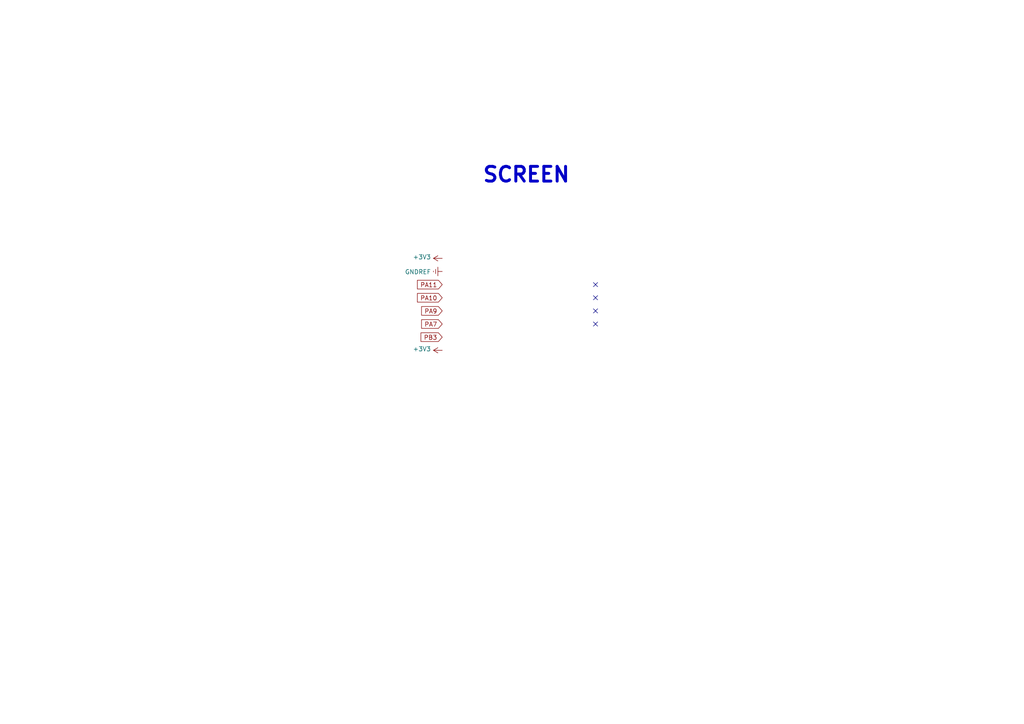
<source format=kicad_sch>
(kicad_sch (version 20211123) (generator eeschema)
  (paper "A4")
  (lib_symbols
    (symbol "power:+3.3V" (power) (pin_names (offset 0))
      (property "Value" "+3.3V" (at 0 3.556 0))
      (symbol "+3.3V_0_1"
        (polyline (pts (xy -0.762 1.27) (xy 0 2.54)))
        (polyline (pts (xy 0 0) (xy 0 2.54)))
        (polyline (pts (xy 0 2.54) (xy 0.762 1.27)))
      )
      (symbol "+3.3V_1_1"
        (pin power_in line (at 0 0 90) (length 0) hide (name "+3V3") (number "1"))
      )
    )
    (symbol "power:GNDREF" (power) (pin_names (offset 0))
      (property "Value" "GNDREF" (at 0 -3.81 0))
      (symbol "GNDREF_0_1"
        (polyline (pts (xy -0.635 -1.905) (xy 0.635 -1.905)))
        (polyline (pts (xy -0.127 -2.54) (xy 0.127 -2.54)))
        (polyline (pts (xy 0 -1.27) (xy 0 0)))
        (polyline (pts (xy 1.27 -1.27) (xy -1.27 -1.27)))
      )
      (symbol "GNDREF_1_1"
        (pin power_in line (at 0 0 270) (length 0) hide (name "GNDREF") (number "1"))
      )
    )
  )
  (no_connect (at 172.72 90.17))
  (no_connect (at 172.72 82.55))
  (no_connect (at 172.72 93.98))
  (no_connect (at 172.72 86.36))
  (text "SCREEN" (at 139.7 53.34 0) (effects (font (size 4.2672 4.2672) (thickness 0.8534) bold) (justify left bottom)))
  (global_label "PA10" (shape input) (at 128.27 86.36 180) (property "Intersheet References" "${INTERSHEET_REFS}" (effects hide)))
  (global_label "PB3" (shape input) (at 128.27 97.79 180) (property "Intersheet References" "${INTERSHEET_REFS}" (effects hide)))
  (global_label "PA9" (shape input) (at 128.27 90.17 180) (property "Intersheet References" "${INTERSHEET_REFS}" (effects hide)))
  (global_label "PA7" (shape input) (at 128.27 93.98 180) (property "Intersheet References" "${INTERSHEET_REFS}" (effects hide)))
  (global_label "PA11" (shape input) (at 128.27 82.55 180) (property "Intersheet References" "${INTERSHEET_REFS}" (effects hide)))
  (symbol (lib_id "my_ics:1.8_LCD_TFT") (at 161.29 123.19 180) (unit 1)
    (property "Reference" "SCRN1" (at 179.451 108.585 90))
    (property "Value" "1.8\"LCD_TFT" (at 177.1396 108.585 90))
    (property "Footprint" "my-screen:1.8TFT_SCREEN" (effects hide))
  )
  (symbol (lib_id "power:+3.3V") (at 128.27 74.93 90) (unit 1)
    (property "Reference" "#PWR0106" (effects hide))
    (property "Value" "+3.3V" (at 125.0188 74.549 90) (effects (justify left)))
  )
  (symbol (lib_id "power:GNDREF") (at 128.27 78.74 270) (unit 1)
    (property "Reference" "#PWR0107" (effects hide))
    (property "Value" "GNDREF" (at 125.0188 78.867 90) (effects (justify right)))
  )
  (symbol (lib_id "power:+3.3V") (at 128.27 101.6 90) (unit 1)
    (property "Reference" "#PWR0108" (effects hide))
    (property "Value" "+3.3V" (at 125.0188 101.219 90) (effects (justify left)))
  )
)
</source>
